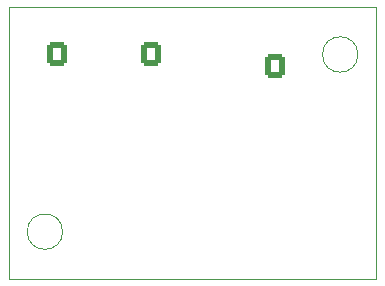
<source format=gbo>
G04 #@! TF.GenerationSoftware,KiCad,Pcbnew,(6.0.0)*
G04 #@! TF.CreationDate,2022-01-28T16:52:25+09:00*
G04 #@! TF.ProjectId,power_module_new_clube_member,706f7765-725f-46d6-9f64-756c655f6e65,rev?*
G04 #@! TF.SameCoordinates,Original*
G04 #@! TF.FileFunction,Legend,Bot*
G04 #@! TF.FilePolarity,Positive*
%FSLAX46Y46*%
G04 Gerber Fmt 4.6, Leading zero omitted, Abs format (unit mm)*
G04 Created by KiCad (PCBNEW (6.0.0)) date 2022-01-28 16:52:25*
%MOMM*%
%LPD*%
G01*
G04 APERTURE LIST*
G04 Aperture macros list*
%AMRoundRect*
0 Rectangle with rounded corners*
0 $1 Rounding radius*
0 $2 $3 $4 $5 $6 $7 $8 $9 X,Y pos of 4 corners*
0 Add a 4 corners polygon primitive as box body*
4,1,4,$2,$3,$4,$5,$6,$7,$8,$9,$2,$3,0*
0 Add four circle primitives for the rounded corners*
1,1,$1+$1,$2,$3*
1,1,$1+$1,$4,$5*
1,1,$1+$1,$6,$7*
1,1,$1+$1,$8,$9*
0 Add four rect primitives between the rounded corners*
20,1,$1+$1,$2,$3,$4,$5,0*
20,1,$1+$1,$4,$5,$6,$7,0*
20,1,$1+$1,$6,$7,$8,$9,0*
20,1,$1+$1,$8,$9,$2,$3,0*%
G04 Aperture macros list end*
G04 #@! TA.AperFunction,Profile*
%ADD10C,0.050000*%
G04 #@! TD*
%ADD11RoundRect,0.250000X0.600000X0.750000X-0.600000X0.750000X-0.600000X-0.750000X0.600000X-0.750000X0*%
%ADD12O,1.700000X2.000000*%
%ADD13RoundRect,0.250000X-0.600000X-0.750000X0.600000X-0.750000X0.600000X0.750000X-0.600000X0.750000X0*%
%ADD14C,1.635000*%
%ADD15C,2.550000*%
%ADD16R,1.700000X1.700000*%
%ADD17O,1.700000X1.700000*%
G04 APERTURE END LIST*
D10*
X96000000Y-68500000D02*
X96000000Y-69500000D01*
X127000000Y-68500000D02*
X96000000Y-68500000D01*
X127000000Y-69500000D02*
X127000000Y-68500000D01*
X96000000Y-69500000D02*
X96000000Y-91500000D01*
X127000000Y-91500000D02*
X127000000Y-69500000D01*
X96000000Y-91500000D02*
X127000000Y-91500000D01*
X125500000Y-72500000D02*
G75*
G03*
X125500000Y-72500000I-1500000J0D01*
G01*
X100500000Y-87500000D02*
G75*
G03*
X100500000Y-87500000I-1500000J0D01*
G01*
%LPC*%
D11*
X118500000Y-73500000D03*
D12*
X116000000Y-73500000D03*
X102500000Y-72500000D03*
D13*
X100000000Y-72500000D03*
X108000000Y-72500000D03*
D12*
X110500000Y-72500000D03*
D14*
X108202500Y-87630000D03*
X105662500Y-87630000D03*
X103122500Y-87630000D03*
D15*
X106035000Y-80145000D03*
X99335000Y-80145000D03*
X117650000Y-80145000D03*
X124350000Y-80145000D03*
D16*
X124500000Y-88905000D03*
D17*
X124500000Y-86365000D03*
M02*

</source>
